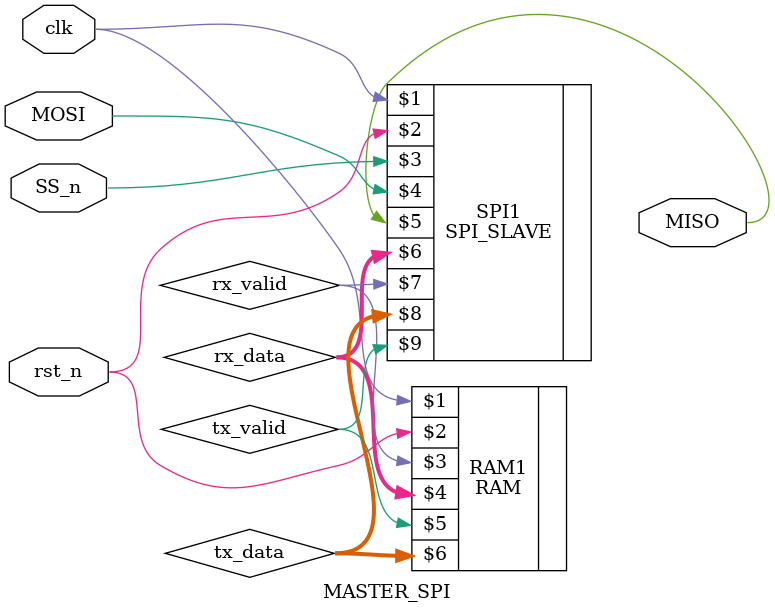
<source format=v>
module MASTER_SPI(clk, rst_n, SS_n, MOSI, MISO);
	parameter ADDR_SIZE = 8;
	input clk, rst_n, SS_n, MOSI;
	output MISO;

	wire rx_valid, tx_valid;
	wire [ADDR_SIZE+1:0] rx_data;
	wire [ADDR_SIZE-1:0] tx_data;

	RAM #(.ADDR_SIZE(ADDR_SIZE)) RAM1(clk, rst_n, rx_valid, rx_data, tx_valid, tx_data);
	SPI_SLAVE #(.ADDR_SIZE(ADDR_SIZE)) SPI1(clk, rst_n, SS_n, MOSI, MISO, rx_data, rx_valid, tx_data, tx_valid);
endmodule
</source>
